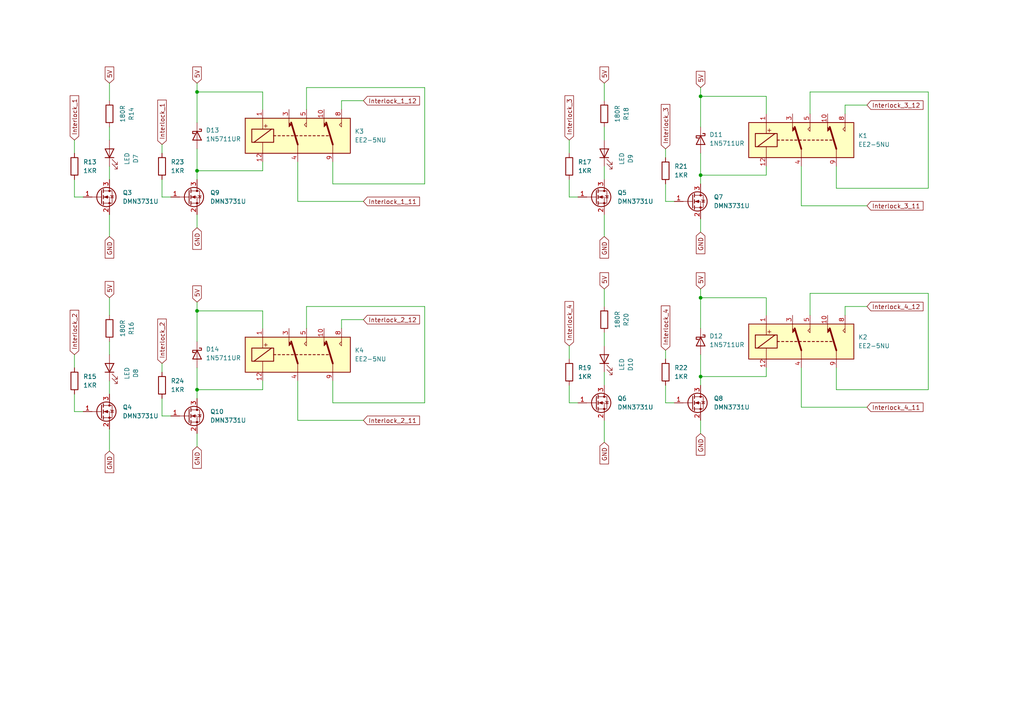
<source format=kicad_sch>
(kicad_sch (version 20230121) (generator eeschema)
  (paper "A4")
  (lib_symbols
    (symbol "Device:LED" (pin_numbers hide) (pin_names (offset 1.016) hide)
      (property "Reference" "D" (at 0 2.54 0))
      (property "Value" "LED" (at 0 -2.54 0))
      (symbol "LED_0_1"
        (polyline (pts (xy -1.27 -1.27) (xy -1.27 1.27)) (stroke (width 0.254)))
        (polyline (pts (xy -1.27 0) (xy 1.27 0)))
        (polyline (pts (xy 1.27 -1.27) (xy 1.27 1.27) (xy -1.27 0) (xy 1.27 -1.27)) (stroke (width 0.254)))
        (polyline (pts (xy -3.048 -0.762) (xy -4.572 -2.286) (xy -3.81 -2.286) (xy -4.572 -2.286) (xy -4.572 -1.524)))
        (polyline (pts (xy -1.778 -0.762) (xy -3.302 -2.286) (xy -2.54 -2.286) (xy -3.302 -2.286) (xy -3.302 -1.524)))
      )
      (symbol "LED_1_1"
        (pin passive line (at -3.81 0 0) (length 2.54) (name "K") (number "1"))
        (pin passive line (at 3.81 0 180) (length 2.54) (name "A") (number "2"))
      )
    )
    (symbol "Device:R" (pin_numbers hide) (pin_names (offset 0))
      (property "Reference" "R" (at 2.032 0 90))
      (property "Value" "R" (at 0 0 90))
      (symbol "R_0_1"
        (rectangle (start -1.016 -2.54) (end 1.016 2.54) (stroke (width 0.254)))
      )
      (symbol "R_1_1"
        (pin passive line (at 0 3.81 270) (length 1.27) (name "~") (number "1"))
        (pin passive line (at 0 -3.81 90) (length 1.27) (name "~") (number "2"))
      )
    )
    (symbol "Diode:1N5711UR" (pin_numbers hide) (pin_names (offset 1.016) hide)
      (property "Reference" "D" (at 0 2.54 0))
      (property "Value" "1N5711UR" (at 0 -2.54 0))
      (symbol "1N5711UR_0_1"
        (polyline (pts (xy 1.27 0) (xy -1.27 0)))
        (polyline (pts (xy 1.27 1.27) (xy 1.27 -1.27) (xy -1.27 0) (xy 1.27 1.27)) (stroke (width 0.254)))
        (polyline (pts (xy -1.905 0.635) (xy -1.905 1.27) (xy -1.27 1.27) (xy -1.27 -1.27) (xy -0.635 -1.27) (xy -0.635 -0.635)) (stroke (width 0.254)))
      )
      (symbol "1N5711UR_1_1"
        (pin passive line (at -3.81 0 0) (length 2.54) (name "K") (number "1"))
        (pin passive line (at 3.81 0 180) (length 2.54) (name "A") (number "2"))
      )
    )
    (symbol "Relay:EE2-5NU"
      (property "Reference" "K" (at 15.24 8.89 0))
      (property "Value" "EE2-5NU" (at 19.05 6.35 0))
      (symbol "EE2-5NU_1_1"
        (rectangle (start -15.24 5.08) (end 15.24 -5.08) (stroke (width 0.254)) (fill (type background)))
        (rectangle (start -13.335 1.905) (end -6.985 -1.905) (stroke (width 0.254)))
        (polyline (pts (xy -12.7 -1.905) (xy -7.62 1.905)) (stroke (width 0.254)))
        (polyline (pts (xy -10.16 -5.08) (xy -10.16 -1.905)))
        (polyline (pts (xy -10.16 5.08) (xy -10.16 1.905)))
        (polyline (pts (xy -6.985 0) (xy -6.35 0)) (stroke (width 0.254)))
        (polyline (pts (xy -5.715 0) (xy -5.08 0)) (stroke (width 0.254)))
        (polyline (pts (xy -4.445 0) (xy -3.81 0)) (stroke (width 0.254)))
        (polyline (pts (xy -3.175 0) (xy -2.54 0)) (stroke (width 0.254)))
        (polyline (pts (xy -1.905 0) (xy -1.27 0)) (stroke (width 0.254)))
        (polyline (pts (xy -0.635 0) (xy 0 0)) (stroke (width 0.254)))
        (polyline (pts (xy 0 -2.54) (xy -1.905 3.81)) (stroke (width 0.508)))
        (polyline (pts (xy 0 -2.54) (xy 0 -5.08)))
        (polyline (pts (xy 0.635 0) (xy 1.27 0)) (stroke (width 0.254)))
        (polyline (pts (xy 1.905 0) (xy 2.54 0)) (stroke (width 0.254)))
        (polyline (pts (xy 3.175 0) (xy 3.81 0)) (stroke (width 0.254)))
        (polyline (pts (xy 4.445 0) (xy 5.08 0)) (stroke (width 0.254)))
        (polyline (pts (xy 5.715 0) (xy 6.35 0)) (stroke (width 0.254)))
        (polyline (pts (xy 6.985 0) (xy 7.62 0)) (stroke (width 0.254)))
        (polyline (pts (xy 8.255 0) (xy 8.89 0)) (stroke (width 0.254)))
        (polyline (pts (xy 10.16 -2.54) (xy 8.255 3.81)) (stroke (width 0.508)))
        (polyline (pts (xy 10.16 -2.54) (xy 10.16 -5.08)))
        (polyline (pts (xy -2.54 5.08) (xy -2.54 2.54) (xy -1.905 3.175) (xy -2.54 3.81)) (fill (type outline)))
        (polyline (pts (xy 2.54 5.08) (xy 2.54 2.54) (xy 1.905 3.175) (xy 2.54 3.81)))
        (polyline (pts (xy 7.62 5.08) (xy 7.62 2.54) (xy 8.255 3.175) (xy 7.62 3.81)) (fill (type outline)))
        (polyline (pts (xy 12.7 5.08) (xy 12.7 2.54) (xy 12.065 3.175) (xy 12.7 3.81)))
        (text "+" (at -9.271 2.921 0) (effects (font (size 1.27 1.27))))
        (pin passive line (at -10.16 7.62 270) (length 2.54) (name "~") (number "1"))
        (pin passive line (at 7.62 7.62 270) (length 2.54) (name "~") (number "10"))
        (pin passive line (at -10.16 -7.62 90) (length 2.54) (name "~") (number "12"))
        (pin passive line (at -2.54 7.62 270) (length 2.54) (name "~") (number "3"))
        (pin passive line (at 0 -7.62 90) (length 2.54) (name "~") (number "4"))
        (pin passive line (at 2.54 7.62 270) (length 2.54) (name "~") (number "5"))
        (pin passive line (at 12.7 7.62 270) (length 2.54) (name "~") (number "8"))
        (pin passive line (at 10.16 -7.62 90) (length 2.54) (name "~") (number "9"))
      )
    )
    (symbol "Transistor_FET:DMN3300U" (pin_names hide)
      (property "Reference" "Q" (at 5.08 1.905 0))
      (property "Value" "DMN3300U" (at 5.08 0 0))
      (symbol "DMN3300U_0_1"
        (polyline (pts (xy 0.254 0) (xy -2.54 0)))
        (polyline (pts (xy 0.254 1.905) (xy 0.254 -1.905)) (stroke (width 0.254)))
        (polyline (pts (xy 0.762 -1.27) (xy 0.762 -2.286)) (stroke (width 0.254)))
        (polyline (pts (xy 0.762 0.508) (xy 0.762 -0.508)) (stroke (width 0.254)))
        (polyline (pts (xy 0.762 2.286) (xy 0.762 1.27)) (stroke (width 0.254)))
        (polyline (pts (xy 2.54 2.54) (xy 2.54 1.778)))
        (polyline (pts (xy 2.54 -2.54) (xy 2.54 0) (xy 0.762 0)))
        (polyline (pts (xy 0.762 -1.778) (xy 3.302 -1.778) (xy 3.302 1.778) (xy 0.762 1.778)))
        (polyline (pts (xy 1.016 0) (xy 2.032 0.381) (xy 2.032 -0.381) (xy 1.016 0)) (fill (type outline)))
        (polyline (pts (xy 2.794 0.508) (xy 2.921 0.381) (xy 3.683 0.381) (xy 3.81 0.254)))
        (polyline (pts (xy 3.302 0.381) (xy 2.921 -0.254) (xy 3.683 -0.254) (xy 3.302 0.381)))
        (circle (center 1.651 0) (radius 2.794) (stroke (width 0.254)))
        (circle (center 2.54 -1.778) (radius 0.254) (fill (type outline)))
        (circle (center 2.54 1.778) (radius 0.254) (fill (type outline)))
      )
      (symbol "DMN3300U_1_1"
        (pin input line (at -5.08 0 0) (length 2.54) (name "G") (number "1"))
        (pin passive line (at 2.54 -5.08 90) (length 2.54) (name "S") (number "2"))
        (pin passive line (at 2.54 5.08 270) (length 2.54) (name "D") (number "3"))
      )
    )
  )
  (junction (at 203.2 109.22))
  (junction (at 203.2 86.36))
  (junction (at 57.15 90.17))
  (junction (at 57.15 49.53))
  (junction (at 203.2 50.8))
  (junction (at 57.15 113.03))
  (junction (at 203.2 27.94))
  (junction (at 57.15 26.67))
  (wire (pts (xy 31.75 110.49) (xy 31.75 114.3)))
  (wire (pts (xy 31.75 24.13) (xy 31.75 29.21)))
  (wire (pts (xy 123.19 88.9) (xy 123.19 116.84)))
  (wire (pts (xy 175.26 48.26) (xy 175.26 52.07)))
  (wire (pts (xy 21.59 57.15) (xy 21.59 52.07)))
  (wire (pts (xy 203.2 109.22) (xy 203.2 111.76)))
  (wire (pts (xy 99.06 31.75) (xy 99.06 29.21)))
  (wire (pts (xy 203.2 50.8) (xy 203.2 44.45)))
  (wire (pts (xy 167.64 116.84) (xy 165.1 116.84)))
  (wire (pts (xy 57.15 49.53) (xy 57.15 43.18)))
  (wire (pts (xy 31.75 62.23) (xy 31.75 68.58)))
  (wire (pts (xy 269.24 54.61) (xy 242.57 54.61)))
  (wire (pts (xy 203.2 63.5) (xy 203.2 67.31)))
  (wire (pts (xy 175.26 36.83) (xy 175.26 40.64)))
  (wire (pts (xy 76.2 90.17) (xy 76.2 95.25)))
  (wire (pts (xy 167.64 57.15) (xy 165.1 57.15)))
  (wire (pts (xy 175.26 62.23) (xy 175.26 68.58)))
  (wire (pts (xy 57.15 113.03) (xy 57.15 115.57)))
  (wire (pts (xy 203.2 109.22) (xy 203.2 102.87)))
  (wire (pts (xy 57.15 87.63) (xy 57.15 90.17)))
  (wire (pts (xy 165.1 100.33) (xy 165.1 104.14)))
  (wire (pts (xy 31.75 99.06) (xy 31.75 102.87)))
  (wire (pts (xy 86.36 58.42) (xy 105.41 58.42)))
  (wire (pts (xy 46.99 41.91) (xy 46.99 44.45)))
  (wire (pts (xy 57.15 24.13) (xy 57.15 26.67)))
  (wire (pts (xy 234.95 33.02) (xy 234.95 26.67)))
  (wire (pts (xy 269.24 113.03) (xy 242.57 113.03)))
  (wire (pts (xy 222.25 48.26) (xy 222.25 50.8)))
  (wire (pts (xy 57.15 99.06) (xy 57.15 90.17)))
  (wire (pts (xy 269.24 26.67) (xy 269.24 54.61)))
  (wire (pts (xy 31.75 86.36) (xy 31.75 91.44)))
  (wire (pts (xy 245.11 91.44) (xy 245.11 88.9)))
  (wire (pts (xy 57.15 26.67) (xy 76.2 26.67)))
  (wire (pts (xy 242.57 113.03) (xy 242.57 106.68)))
  (wire (pts (xy 175.26 107.95) (xy 175.26 111.76)))
  (wire (pts (xy 46.99 57.15) (xy 46.99 52.07)))
  (wire (pts (xy 165.1 57.15) (xy 165.1 52.07)))
  (wire (pts (xy 195.58 116.84) (xy 193.04 116.84)))
  (wire (pts (xy 21.59 119.38) (xy 21.59 114.3)))
  (wire (pts (xy 222.25 86.36) (xy 222.25 91.44)))
  (wire (pts (xy 76.2 49.53) (xy 57.15 49.53)))
  (wire (pts (xy 234.95 91.44) (xy 234.95 85.09)))
  (wire (pts (xy 21.59 102.87) (xy 21.59 106.68)))
  (wire (pts (xy 99.06 29.21) (xy 105.41 29.21)))
  (wire (pts (xy 86.36 121.92) (xy 105.41 121.92)))
  (wire (pts (xy 232.41 118.11) (xy 251.46 118.11)))
  (wire (pts (xy 57.15 49.53) (xy 57.15 52.07)))
  (wire (pts (xy 245.11 33.02) (xy 245.11 30.48)))
  (wire (pts (xy 49.53 120.65) (xy 46.99 120.65)))
  (wire (pts (xy 232.41 59.69) (xy 232.41 48.26)))
  (wire (pts (xy 99.06 95.25) (xy 99.06 92.71)))
  (wire (pts (xy 203.2 83.82) (xy 203.2 86.36)))
  (wire (pts (xy 193.04 43.18) (xy 193.04 45.72)))
  (wire (pts (xy 242.57 54.61) (xy 242.57 48.26)))
  (wire (pts (xy 165.1 116.84) (xy 165.1 111.76)))
  (wire (pts (xy 165.1 40.64) (xy 165.1 44.45)))
  (wire (pts (xy 175.26 96.52) (xy 175.26 100.33)))
  (wire (pts (xy 203.2 36.83) (xy 203.2 27.94)))
  (wire (pts (xy 88.9 31.75) (xy 88.9 25.4)))
  (wire (pts (xy 193.04 116.84) (xy 193.04 111.76)))
  (wire (pts (xy 232.41 59.69) (xy 251.46 59.69)))
  (wire (pts (xy 46.99 120.65) (xy 46.99 115.57)))
  (wire (pts (xy 175.26 121.92) (xy 175.26 128.27)))
  (wire (pts (xy 88.9 88.9) (xy 123.19 88.9)))
  (wire (pts (xy 222.25 109.22) (xy 203.2 109.22)))
  (wire (pts (xy 222.25 106.68) (xy 222.25 109.22)))
  (wire (pts (xy 57.15 125.73) (xy 57.15 129.54)))
  (wire (pts (xy 203.2 121.92) (xy 203.2 125.73)))
  (wire (pts (xy 245.11 88.9) (xy 251.46 88.9)))
  (wire (pts (xy 31.75 124.46) (xy 31.75 130.81)))
  (wire (pts (xy 245.11 30.48) (xy 251.46 30.48)))
  (wire (pts (xy 175.26 24.13) (xy 175.26 29.21)))
  (wire (pts (xy 193.04 58.42) (xy 193.04 53.34)))
  (wire (pts (xy 31.75 36.83) (xy 31.75 40.64)))
  (wire (pts (xy 88.9 25.4) (xy 123.19 25.4)))
  (wire (pts (xy 76.2 46.99) (xy 76.2 49.53)))
  (wire (pts (xy 234.95 26.67) (xy 269.24 26.67)))
  (wire (pts (xy 123.19 53.34) (xy 96.52 53.34)))
  (wire (pts (xy 96.52 53.34) (xy 96.52 46.99)))
  (wire (pts (xy 46.99 105.41) (xy 46.99 107.95)))
  (wire (pts (xy 269.24 85.09) (xy 269.24 113.03)))
  (wire (pts (xy 57.15 113.03) (xy 57.15 106.68)))
  (wire (pts (xy 86.36 121.92) (xy 86.36 110.49)))
  (wire (pts (xy 232.41 118.11) (xy 232.41 106.68)))
  (wire (pts (xy 24.13 119.38) (xy 21.59 119.38)))
  (wire (pts (xy 76.2 113.03) (xy 57.15 113.03)))
  (wire (pts (xy 21.59 40.64) (xy 21.59 44.45)))
  (wire (pts (xy 99.06 92.71) (xy 105.41 92.71)))
  (wire (pts (xy 193.04 101.6) (xy 193.04 104.14)))
  (wire (pts (xy 195.58 58.42) (xy 193.04 58.42)))
  (wire (pts (xy 76.2 110.49) (xy 76.2 113.03)))
  (wire (pts (xy 123.19 25.4) (xy 123.19 53.34)))
  (wire (pts (xy 57.15 62.23) (xy 57.15 66.04)))
  (wire (pts (xy 88.9 95.25) (xy 88.9 88.9)))
  (wire (pts (xy 76.2 26.67) (xy 76.2 31.75)))
  (wire (pts (xy 203.2 95.25) (xy 203.2 86.36)))
  (wire (pts (xy 222.25 50.8) (xy 203.2 50.8)))
  (wire (pts (xy 203.2 86.36) (xy 222.25 86.36)))
  (wire (pts (xy 96.52 116.84) (xy 96.52 110.49)))
  (wire (pts (xy 203.2 25.4) (xy 203.2 27.94)))
  (wire (pts (xy 203.2 50.8) (xy 203.2 53.34)))
  (wire (pts (xy 31.75 48.26) (xy 31.75 52.07)))
  (wire (pts (xy 123.19 116.84) (xy 96.52 116.84)))
  (wire (pts (xy 222.25 27.94) (xy 222.25 33.02)))
  (wire (pts (xy 234.95 85.09) (xy 269.24 85.09)))
  (wire (pts (xy 86.36 58.42) (xy 86.36 46.99)))
  (wire (pts (xy 203.2 27.94) (xy 222.25 27.94)))
  (wire (pts (xy 175.26 83.82) (xy 175.26 88.9)))
  (wire (pts (xy 57.15 35.56) (xy 57.15 26.67)))
  (wire (pts (xy 49.53 57.15) (xy 46.99 57.15)))
  (wire (pts (xy 57.15 90.17) (xy 76.2 90.17)))
  (wire (pts (xy 24.13 57.15) (xy 21.59 57.15)))
  (global_label "Interlock_1_12" (shape input) (at 105.41 29.21 0) (property "Intersheetrefs" "${INTERSHEET_REFS}" (effects hide)))
  (global_label "5V" (shape input) (at 175.26 24.13 90) (property "Intersheetrefs" "${INTERSHEET_REFS}" (effects hide)))
  (global_label "GND" (shape input) (at 31.75 130.81 270) (property "Intersheetrefs" "${INTERSHEET_REFS}" (effects hide)))
  (global_label "Interlock_2" (shape input) (at 21.59 102.87 90) (property "Intersheetrefs" "${INTERSHEET_REFS}" (effects hide)))
  (global_label "Interlock_3_12" (shape input) (at 251.46 30.48 0) (property "Intersheetrefs" "${INTERSHEET_REFS}" (effects hide)))
  (global_label "5V" (shape input) (at 175.26 83.82 90) (property "Intersheetrefs" "${INTERSHEET_REFS}" (effects hide)))
  (global_label "5V" (shape input) (at 203.2 25.4 90) (property "Intersheetrefs" "${INTERSHEET_REFS}" (effects hide)))
  (global_label "Interlock_1" (shape input) (at 46.99 41.91 90) (property "Intersheetrefs" "${INTERSHEET_REFS}" (effects hide)))
  (global_label "GND" (shape input) (at 175.26 128.27 270) (property "Intersheetrefs" "${INTERSHEET_REFS}" (effects hide)))
  (global_label "Interlock_2_11" (shape input) (at 105.41 121.92 0) (property "Intersheetrefs" "${INTERSHEET_REFS}" (effects hide)))
  (global_label "Interlock_3" (shape input) (at 165.1 40.64 90) (property "Intersheetrefs" "${INTERSHEET_REFS}" (effects hide)))
  (global_label "Interlock_4" (shape input) (at 165.1 100.33 90) (property "Intersheetrefs" "${INTERSHEET_REFS}" (effects hide)))
  (global_label "GND" (shape input) (at 203.2 67.31 270) (property "Intersheetrefs" "${INTERSHEET_REFS}" (effects hide)))
  (global_label "Interlock_4" (shape input) (at 193.04 101.6 90) (property "Intersheetrefs" "${INTERSHEET_REFS}" (effects hide)))
  (global_label "5V" (shape input) (at 57.15 87.63 90) (property "Intersheetrefs" "${INTERSHEET_REFS}" (effects hide)))
  (global_label "GND" (shape input) (at 175.26 68.58 270) (property "Intersheetrefs" "${INTERSHEET_REFS}" (effects hide)))
  (global_label "5V" (shape input) (at 31.75 86.36 90) (property "Intersheetrefs" "${INTERSHEET_REFS}" (effects hide)))
  (global_label "GND" (shape input) (at 57.15 66.04 270) (property "Intersheetrefs" "${INTERSHEET_REFS}" (effects hide)))
  (global_label "5V" (shape input) (at 203.2 83.82 90) (property "Intersheetrefs" "${INTERSHEET_REFS}" (effects hide)))
  (global_label "Interlock_4_12" (shape input) (at 251.46 88.9 0) (property "Intersheetrefs" "${INTERSHEET_REFS}" (effects hide)))
  (global_label "5V" (shape input) (at 57.15 24.13 90) (property "Intersheetrefs" "${INTERSHEET_REFS}" (effects hide)))
  (global_label "GND" (shape input) (at 31.75 68.58 270) (property "Intersheetrefs" "${INTERSHEET_REFS}" (effects hide)))
  (global_label "Interlock_4_11" (shape input) (at 251.46 118.11 0) (property "Intersheetrefs" "${INTERSHEET_REFS}" (effects hide)))
  (global_label "Interlock_1" (shape input) (at 21.59 40.64 90) (property "Intersheetrefs" "${INTERSHEET_REFS}" (effects hide)))
  (global_label "Interlock_3_11" (shape input) (at 251.46 59.69 0) (property "Intersheetrefs" "${INTERSHEET_REFS}" (effects hide)))
  (global_label "5V" (shape input) (at 31.75 24.13 90) (property "Intersheetrefs" "${INTERSHEET_REFS}" (effects hide)))
  (global_label "GND" (shape input) (at 57.15 129.54 270) (property "Intersheetrefs" "${INTERSHEET_REFS}" (effects hide)))
  (global_label "GND" (shape input) (at 203.2 125.73 270) (property "Intersheetrefs" "${INTERSHEET_REFS}" (effects hide)))
  (global_label "Interlock_2" (shape input) (at 46.99 105.41 90) (property "Intersheetrefs" "${INTERSHEET_REFS}" (effects hide)))
  (global_label "Interlock_2_12" (shape input) (at 105.41 92.71 0) (property "Intersheetrefs" "${INTERSHEET_REFS}" (effects hide)))
  (global_label "Interlock_1_11" (shape input) (at 105.41 58.42 0) (property "Intersheetrefs" "${INTERSHEET_REFS}" (effects hide)))
  (global_label "Interlock_3" (shape input) (at 193.04 43.18 90) (property "Intersheetrefs" "${INTERSHEET_REFS}" (effects hide)))
  (symbol (lib_id "Diode:1N5711UR") (at 203.2 40.64 270) (unit 1)
    (property "Reference" "D11" (at 205.74 39.0525 90) (effects (justify left)))
    (property "Value" "1N5711UR" (at 205.74 41.5925 90) (effects (justify left)))
    (property "Footprint" "Diode_SMD:D_MELF" (effects hide))
    (property "Datasheet" "https://www.microsemi.com/document-portal/doc_download/131890-lds-0040-1-datasheet" (effects hide))
  )
  (symbol (lib_id "Transistor_FET:DMN3300U") (at 172.72 116.84 0) (unit 1)
    (property "Reference" "Q6" (at 179.07 115.57 0) (effects (justify left)))
    (property "Value" "DMN3731U" (at 179.07 118.11 0) (effects (justify left)))
    (property "Footprint" "Package_TO_SOT_SMD:SOT-23" (effects hide))
    (property "Datasheet" "http://www.diodes.com/assets/Datasheets/ds31181.pdf" (effects hide))
    (property "DigiKey" "https://www.digikey.de/de/products/detail/diodes-incorporated/DMN3731U-7/10295271" (effects hide))
  )
  (symbol (lib_id "Device:LED") (at 175.26 44.45 90) (unit 1)
    (property "Reference" "D9" (at 182.88 46.0375 0))
    (property "Value" "LED" (at 180.34 46.0375 0))
    (property "Footprint" "LED_SMD:LED_1206_3216Metric" (effects hide))
  )
  (symbol (lib_id "Transistor_FET:DMN3300U") (at 200.66 116.84 0) (unit 1)
    (property "Reference" "Q8" (at 207.01 115.57 0) (effects (justify left)))
    (property "Value" "DMN3731U" (at 207.01 118.11 0) (effects (justify left)))
    (property "Footprint" "Package_TO_SOT_SMD:SOT-23" (effects hide))
    (property "Datasheet" "http://www.diodes.com/assets/Datasheets/ds31181.pdf" (effects hide))
    (property "DigiKey" "https://www.digikey.de/de/products/detail/diodes-incorporated/DMN3731U-7/10295271" (effects hide))
  )
  (symbol (lib_id "Transistor_FET:DMN3300U") (at 29.21 119.38 0) (unit 1)
    (property "Reference" "Q4" (at 35.56 118.11 0) (effects (justify left)))
    (property "Value" "DMN3731U" (at 35.56 120.65 0) (effects (justify left)))
    (property "Footprint" "Package_TO_SOT_SMD:SOT-23" (effects hide))
    (property "Datasheet" "http://www.diodes.com/assets/Datasheets/ds31181.pdf" (effects hide))
    (property "DigiKey" "https://www.digikey.de/de/products/detail/diodes-incorporated/DMN3731U-7/10295271" (effects hide))
  )
  (symbol (lib_id "Transistor_FET:DMN3300U") (at 54.61 120.65 0) (unit 1)
    (property "Reference" "Q10" (at 60.96 119.38 0) (effects (justify left)))
    (property "Value" "DMN3731U" (at 60.96 121.92 0) (effects (justify left)))
    (property "Footprint" "Package_TO_SOT_SMD:SOT-23" (effects hide))
    (property "Datasheet" "http://www.diodes.com/assets/Datasheets/ds31181.pdf" (effects hide))
    (property "DigiKey" "https://www.digikey.de/de/products/detail/diodes-incorporated/DMN3731U-7/10295271" (effects hide))
  )
  (symbol (lib_id "Diode:1N5711UR") (at 57.15 102.87 270) (unit 1)
    (property "Reference" "D14" (at 59.69 101.2825 90) (effects (justify left)))
    (property "Value" "1N5711UR" (at 59.69 103.8225 90) (effects (justify left)))
    (property "Footprint" "Diode_SMD:D_MELF" (effects hide))
    (property "Datasheet" "https://www.microsemi.com/document-portal/doc_download/131890-lds-0040-1-datasheet" (effects hide))
  )
  (symbol (lib_id "Device:LED") (at 31.75 106.68 90) (unit 1)
    (property "Reference" "D8" (at 39.37 108.2675 0))
    (property "Value" "LED" (at 36.83 108.2675 0))
    (property "Footprint" "LED_SMD:LED_1206_3216Metric" (effects hide))
  )
  (symbol (lib_id "Device:R") (at 21.59 110.49 180) (unit 1)
    (property "Reference" "R15" (at 24.13 109.22 0) (effects (justify right)))
    (property "Value" "1KR" (at 24.13 111.76 0) (effects (justify right)))
    (property "Footprint" "Resistor_SMD:R_1206_3216Metric" (effects hide))
  )
  (symbol (lib_id "Device:R") (at 46.99 48.26 180) (unit 1)
    (property "Reference" "R23" (at 49.53 46.99 0) (effects (justify right)))
    (property "Value" "1KR" (at 49.53 49.53 0) (effects (justify right)))
    (property "Footprint" "Resistor_SMD:R_1206_3216Metric" (effects hide))
  )
  (symbol (lib_id "Transistor_FET:DMN3300U") (at 200.66 58.42 0) (unit 1)
    (property "Reference" "Q7" (at 207.01 57.15 0) (effects (justify left)))
    (property "Value" "DMN3731U" (at 207.01 59.69 0) (effects (justify left)))
    (property "Footprint" "Package_TO_SOT_SMD:SOT-23" (effects hide))
    (property "Datasheet" "http://www.diodes.com/assets/Datasheets/ds31181.pdf" (effects hide))
    (property "DigiKey" "https://www.digikey.de/de/products/detail/diodes-incorporated/DMN3731U-7/10295271" (effects hide))
  )
  (symbol (lib_id "Device:R") (at 21.59 48.26 180) (unit 1)
    (property "Reference" "R13" (at 24.13 46.99 0) (effects (justify right)))
    (property "Value" "1KR" (at 24.13 49.53 0) (effects (justify right)))
    (property "Footprint" "Resistor_SMD:R_1206_3216Metric" (effects hide))
  )
  (symbol (lib_id "Device:R") (at 165.1 107.95 180) (unit 1)
    (property "Reference" "R19" (at 167.64 106.68 0) (effects (justify right)))
    (property "Value" "1KR" (at 167.64 109.22 0) (effects (justify right)))
    (property "Footprint" "Resistor_SMD:R_1206_3216Metric" (effects hide))
  )
  (symbol (lib_id "Device:R") (at 46.99 111.76 180) (unit 1)
    (property "Reference" "R24" (at 49.53 110.49 0) (effects (justify right)))
    (property "Value" "1KR" (at 49.53 113.03 0) (effects (justify right)))
    (property "Footprint" "Resistor_SMD:R_1206_3216Metric" (effects hide))
  )
  (symbol (lib_id "Device:R") (at 31.75 95.25 0) (unit 1)
    (property "Reference" "R16" (at 38.1 95.25 90))
    (property "Value" "180R" (at 35.56 95.25 90))
    (property "Footprint" "Resistor_SMD:R_1206_3216Metric" (effects hide))
  )
  (symbol (lib_id "Transistor_FET:DMN3300U") (at 172.72 57.15 0) (unit 1)
    (property "Reference" "Q5" (at 179.07 55.88 0) (effects (justify left)))
    (property "Value" "DMN3731U" (at 179.07 58.42 0) (effects (justify left)))
    (property "Footprint" "Package_TO_SOT_SMD:SOT-23" (effects hide))
    (property "Datasheet" "http://www.diodes.com/assets/Datasheets/ds31181.pdf" (effects hide))
    (property "DigiKey" "https://www.digikey.de/de/products/detail/diodes-incorporated/DMN3731U-7/10295271" (effects hide))
  )
  (symbol (lib_id "Diode:1N5711UR") (at 57.15 39.37 270) (unit 1)
    (property "Reference" "D13" (at 59.69 37.7825 90) (effects (justify left)))
    (property "Value" "1N5711UR" (at 59.69 40.3225 90) (effects (justify left)))
    (property "Footprint" "Diode_SMD:D_MELF" (effects hide))
    (property "Datasheet" "https://www.microsemi.com/document-portal/doc_download/131890-lds-0040-1-datasheet" (effects hide))
  )
  (symbol (lib_id "Device:R") (at 165.1 48.26 180) (unit 1)
    (property "Reference" "R17" (at 167.64 46.99 0) (effects (justify right)))
    (property "Value" "1KR" (at 167.64 49.53 0) (effects (justify right)))
    (property "Footprint" "Resistor_SMD:R_1206_3216Metric" (effects hide))
  )
  (symbol (lib_id "Transistor_FET:DMN3300U") (at 54.61 57.15 0) (unit 1)
    (property "Reference" "Q9" (at 60.96 55.88 0) (effects (justify left)))
    (property "Value" "DMN3731U" (at 60.96 58.42 0) (effects (justify left)))
    (property "Footprint" "Package_TO_SOT_SMD:SOT-23" (effects hide))
    (property "Datasheet" "http://www.diodes.com/assets/Datasheets/ds31181.pdf" (effects hide))
    (property "DigiKey" "https://www.digikey.de/de/products/detail/diodes-incorporated/DMN3731U-7/10295271" (effects hide))
  )
  (symbol (lib_id "Device:LED") (at 175.26 104.14 90) (unit 1)
    (property "Reference" "D10" (at 182.88 105.7275 0))
    (property "Value" "LED" (at 180.34 105.7275 0))
    (property "Footprint" "LED_SMD:LED_1206_3216Metric" (effects hide))
  )
  (symbol (lib_id "Device:R") (at 193.04 49.53 180) (unit 1)
    (property "Reference" "R21" (at 195.58 48.26 0) (effects (justify right)))
    (property "Value" "1KR" (at 195.58 50.8 0) (effects (justify right)))
    (property "Footprint" "Resistor_SMD:R_1206_3216Metric" (effects hide))
  )
  (symbol (lib_id "Relay:EE2-5NU") (at 86.36 39.37 0) (unit 1)
    (property "Reference" "K3" (at 102.87 38.1 0) (effects (justify left)))
    (property "Value" "EE2-5NU" (at 102.87 40.64 0) (effects (justify left)))
    (property "Footprint" "Relay_THT:Relay_SPST_Omron-G5Q-1A" (effects hide))
    (property "Datasheet" "https://content.kemet.com/datasheets/KEM_R7002_EC2_EE2.pdf" (effects hide))
  )
  (symbol (lib_id "Diode:1N5711UR") (at 203.2 99.06 270) (unit 1)
    (property "Reference" "D12" (at 205.74 97.4725 90) (effects (justify left)))
    (property "Value" "1N5711UR" (at 205.74 100.0125 90) (effects (justify left)))
    (property "Footprint" "Diode_SMD:D_MELF" (effects hide))
    (property "Datasheet" "https://www.microsemi.com/document-portal/doc_download/131890-lds-0040-1-datasheet" (effects hide))
  )
  (symbol (lib_id "Device:R") (at 193.04 107.95 180) (unit 1)
    (property "Reference" "R22" (at 195.58 106.68 0) (effects (justify right)))
    (property "Value" "1KR" (at 195.58 109.22 0) (effects (justify right)))
    (property "Footprint" "Resistor_SMD:R_1206_3216Metric" (effects hide))
  )
  (symbol (lib_id "Device:R") (at 175.26 33.02 0) (unit 1)
    (property "Reference" "R18" (at 181.61 33.02 90))
    (property "Value" "180R" (at 179.07 33.02 90))
    (property "Footprint" "Resistor_SMD:R_1206_3216Metric" (effects hide))
  )
  (symbol (lib_id "Device:R") (at 31.75 33.02 0) (unit 1)
    (property "Reference" "R14" (at 38.1 33.02 90))
    (property "Value" "180R" (at 35.56 33.02 90))
    (property "Footprint" "Resistor_SMD:R_1206_3216Metric" (effects hide))
  )
  (symbol (lib_id "Device:R") (at 175.26 92.71 0) (unit 1)
    (property "Reference" "R20" (at 181.61 92.71 90))
    (property "Value" "180R" (at 179.07 92.71 90))
    (property "Footprint" "Resistor_SMD:R_1206_3216Metric" (effects hide))
  )
  (symbol (lib_id "Transistor_FET:DMN3300U") (at 29.21 57.15 0) (unit 1)
    (property "Reference" "Q3" (at 35.56 55.88 0) (effects (justify left)))
    (property "Value" "DMN3731U" (at 35.56 58.42 0) (effects (justify left)))
    (property "Footprint" "Package_TO_SOT_SMD:SOT-23" (effects hide))
    (property "Datasheet" "http://www.diodes.com/assets/Datasheets/ds31181.pdf" (effects hide))
    (property "DigiKey" "https://www.digikey.de/de/products/detail/diodes-incorporated/DMN3731U-7/10295271" (effects hide))
  )
  (symbol (lib_id "Relay:EE2-5NU") (at 232.41 99.06 0) (unit 1)
    (property "Reference" "K2" (at 248.92 97.79 0) (effects (justify left)))
    (property "Value" "EE2-5NU" (at 248.92 100.33 0) (effects (justify left)))
    (property "Footprint" "Relay_THT:Relay_SPST_Omron-G5Q-1A" (effects hide))
    (property "Datasheet" "https://content.kemet.com/datasheets/KEM_R7002_EC2_EE2.pdf" (effects hide))
  )
  (symbol (lib_id "Device:LED") (at 31.75 44.45 90) (unit 1)
    (property "Reference" "D7" (at 39.37 46.0375 0))
    (property "Value" "LED" (at 36.83 46.0375 0))
    (property "Footprint" "LED_SMD:LED_1206_3216Metric" (effects hide))
  )
  (symbol (lib_id "Relay:EE2-5NU") (at 86.36 102.87 0) (unit 1)
    (property "Reference" "K4" (at 102.87 101.6 0) (effects (justify left)))
    (property "Value" "EE2-5NU" (at 102.87 104.14 0) (effects (justify left)))
    (property "Footprint" "Relay_THT:Relay_SPST_Omron-G5Q-1A" (effects hide))
    (property "Datasheet" "https://content.kemet.com/datasheets/KEM_R7002_EC2_EE2.pdf" (effects hide))
  )
  (symbol (lib_id "Relay:EE2-5NU") (at 232.41 40.64 0) (unit 1)
    (property "Reference" "K1" (at 248.92 39.37 0) (effects (justify left)))
    (property "Value" "EE2-5NU" (at 248.92 41.91 0) (effects (justify left)))
    (property "Footprint" "Relay_THT:Relay_SPST_Omron-G5Q-1A" (effects hide))
    (property "Datasheet" "https://content.kemet.com/datasheets/KEM_R7002_EC2_EE2.pdf" (effects hide))
  )
)
</source>
